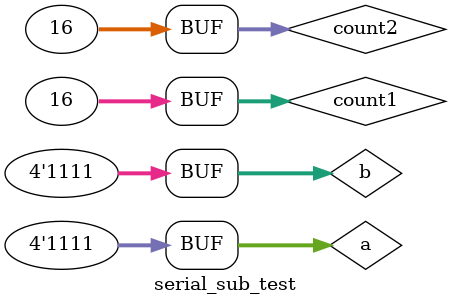
<source format=v>
module serial_sub_test;
wire [3:0]x;
reg [3:0]a, b;
serial_sub gate(x, a, b);
integer count1, count2;
initial begin
for(count1=0; count1<16; count1=count1+1) begin
	for(count2=0; count2<16; count2=count2+1) begin
		a = count1;
		b = count2;
		#10;
	end
end
end
endmodule 
</source>
